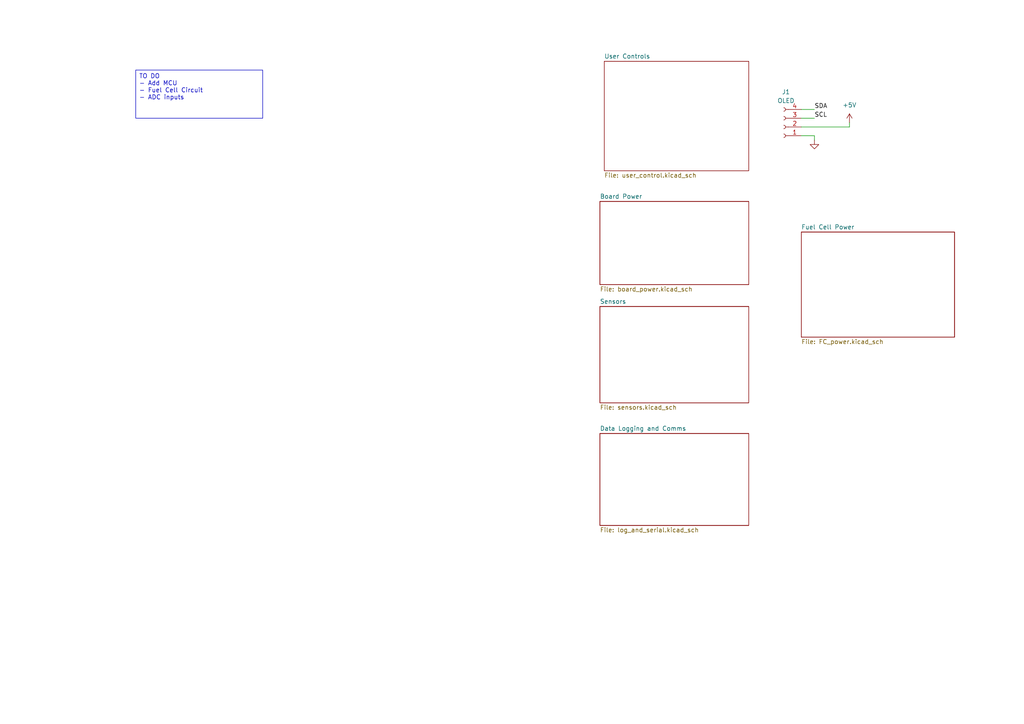
<source format=kicad_sch>
(kicad_sch (version 20231120) (generator "eeschema") (generator_version "8.0")
  (paper "A4")
  (title_block (title "Fuel Cell Testing Board") (rev "R0") (company "EcoCar"))
  (lib_symbols
    (symbol "Connector:Conn_01x04_Socket" (pin_names (offset 1.016) hide)
      (property "Reference" "J" (at 0 5.08 0))
      (property "Value" "Conn_01x04_Socket" (at 0 -7.62 0))
      (symbol "Conn_01x04_Socket_1_1"
        (arc (start 0 -4.572) (mid -0.5058 -5.08) (end 0 -5.588) (stroke (width 0.1524)))
        (arc (start 0 -2.032) (mid -0.5058 -2.54) (end 0 -3.048) (stroke (width 0.1524)))
        (polyline (pts (xy -1.27 -5.08) (xy -0.508 -5.08)) (stroke (width 0.1524)))
        (polyline (pts (xy -1.27 -2.54) (xy -0.508 -2.54)) (stroke (width 0.1524)))
        (polyline (pts (xy -1.27 0) (xy -0.508 0)) (stroke (width 0.1524)))
        (polyline (pts (xy -1.27 2.54) (xy -0.508 2.54)) (stroke (width 0.1524)))
        (arc (start 0 0.508) (mid -0.5058 0) (end 0 -0.508) (stroke (width 0.1524)))
        (arc (start 0 3.048) (mid -0.5058 2.54) (end 0 2.032) (stroke (width 0.1524)))
        (pin passive line (at -5.08 2.54 0) (length 3.81) (name "Pin_1") (number "1"))
        (pin passive line (at -5.08 0 0) (length 3.81) (name "Pin_2") (number "2"))
        (pin passive line (at -5.08 -2.54 0) (length 3.81) (name "Pin_3") (number "3"))
        (pin passive line (at -5.08 -5.08 0) (length 3.81) (name "Pin_4") (number "4"))
      )
    )
    (symbol "power:+5V" (power) (pin_names (offset 0))
      (property "Value" "+5V" (at 0 3.556 0))
      (symbol "+5V_0_1"
        (polyline (pts (xy -0.762 1.27) (xy 0 2.54)))
        (polyline (pts (xy 0 0) (xy 0 2.54)))
        (polyline (pts (xy 0 2.54) (xy 0.762 1.27)))
      )
      (symbol "+5V_1_1"
        (pin power_in line (at 0 0 90) (length 0) hide (name "+5V") (number "1"))
      )
    )
    (symbol "power:GND" (power) (pin_names (offset 0))
      (property "Value" "GND" (at 0 -3.81 0))
      (symbol "GND_0_1"
        (polyline (pts (xy 0 0) (xy 0 -1.27) (xy 1.27 -1.27) (xy 0 -2.54) (xy -1.27 -1.27) (xy 0 -1.27)))
      )
      (symbol "GND_1_1"
        (pin power_in line (at 0 0 270) (length 0) hide (name "GND") (number "1"))
      )
    )
  )
  (wire (pts (xy 236.22 31.75) (xy 232.41 31.75)))
  (wire (pts (xy 232.41 36.83) (xy 246.38 36.83)))
  (wire (pts (xy 246.38 35.56) (xy 246.38 36.83)))
  (wire (pts (xy 236.22 34.29) (xy 232.41 34.29)))
  (wire (pts (xy 236.22 40.64) (xy 236.22 39.37)))
  (wire (pts (xy 236.22 39.37) (xy 232.41 39.37)))
  (text_box "TO DO\n- Add MCU\n- Fuel Cell Circuit\n- ADC inputs" (at 39.37 20.32 0) (size 36.83 13.97) (effects (font (size 1.27 1.27)) (justify left top)))
  (label "SCL" (at 236.22 34.29 0))
  (label "SDA" (at 236.22 31.75 0))
  (symbol (lib_id "power:+5V") (at 246.38 35.56 0) (unit 1)
    (property "Reference" "#PWR026" (effects (hide yes)))
    (property "Value" "+5V" (at 246.38 30.48 0))
  )
  (symbol (lib_id "power:GND") (at 236.22 40.64 0) (unit 1)
    (property "Reference" "#PWR025" (effects (hide yes)))
    (property "Value" "GND" (effects (hide yes)))
  )
  (symbol (lib_id "Connector:Conn_01x04_Socket") (at 227.33 36.83 180) (unit 1)
    (property "Reference" "J1" (at 227.965 26.67 0))
    (property "Value" "OLED" (at 227.965 29.21 0))
    (property "Footprint" "SYM&FOOT:Display_128x64_096_I2C" (effects (hide yes)))
  )
  (sheet (at 232.41 67.31) (size 44.45 30.48) (stroke (width 0.1524))
    (property "Sheetname" "Fuel Cell Power" (at 232.41 66.5984 0) (effects (justify left bottom)))
    (property "Sheetfile" "FC_power.kicad_sch" (at 232.41 98.3746 0) (effects (justify left top)))
  )
  (sheet (at 173.99 125.73) (size 43.18 26.67) (stroke (width 0.1524))
    (property "Sheetname" "Data Logging and Comms" (at 173.99 125.0184 0) (effects (justify left bottom)))
    (property "Sheetfile" "log_and_serial.kicad_sch" (at 173.99 152.9846 0) (effects (justify left top)))
  )
  (sheet (at 173.99 88.9) (size 43.18 27.94) (stroke (width 0.1524))
    (property "Sheetname" "Sensors" (at 173.99 88.1884 0) (effects (justify left bottom)))
    (property "Sheetfile" "sensors.kicad_sch" (at 173.99 117.4246 0) (effects (justify left top)))
  )
  (sheet (at 173.99 58.42) (size 43.18 24.13) (stroke (width 0.1524))
    (property "Sheetname" "Board Power" (at 173.99 57.7084 0) (effects (justify left bottom)))
    (property "Sheetfile" "board_power.kicad_sch" (at 173.99 83.1346 0) (effects (justify left top)))
  )
  (sheet (at 175.26 17.78) (size 41.91 31.75) (stroke (width 0.1524))
    (property "Sheetname" "User Controls" (at 175.26 17.0684 0) (effects (justify left bottom)))
    (property "Sheetfile" "user_control.kicad_sch" (at 175.26 50.1146 0) (effects (justify left top)))
  )
)
</source>
